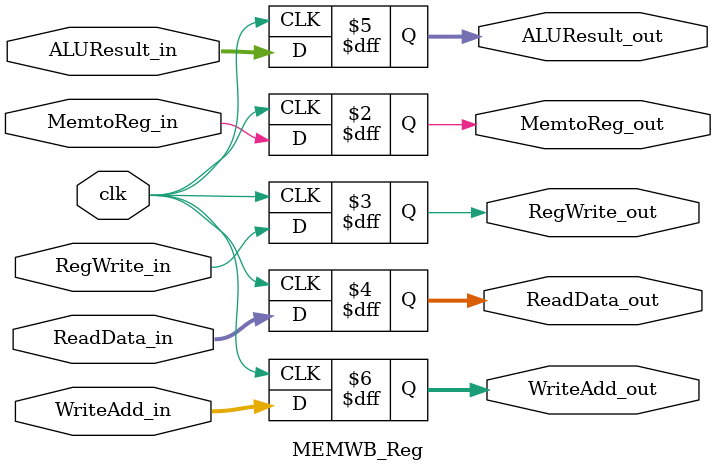
<source format=v>
`timescale 1ns / 1ps

// Engineer: Neha Bhoi
// 
// Create Date: 26.11.2020 15:10:12
// Design Name: 
// Module Name: MEMWB_Reg
// Project Name: 
// Target Devices: 
// Tool Versions: 
// Description: 
// 
// Dependencies: 
// 
// Revision:
// Revision 0.01 - File Created
// Additional Comments:
// 
//////////////////////////////////////////////////////////////////////////////////


module MEMWB_Reg(clk, MemtoReg_in, RegWrite_in, ReadData_in, ALUResult_in, WriteAdd_in, MemtoReg_out, 
              RegWrite_out, ReadData_out, ALUResult_out, WriteAdd_out
    );
    
    input clk;
    input MemtoReg_in, RegWrite_in;
    input [63:0] ReadData_in;
    input [63:0] ALUResult_in;
    input [4:0] WriteAdd_in;
     output reg MemtoReg_out, RegWrite_out;
     output reg [63:0] ReadData_out;
     output reg [63:0] ALUResult_out;
     output reg [4:0] WriteAdd_out;
    
    
    always @(posedge clk)
    begin
      MemtoReg_out <= MemtoReg_in;
      RegWrite_out <= RegWrite_in;
      ReadData_out <=  ReadData_in;
      ALUResult_out <= ALUResult_in; 
      WriteAdd_out <= WriteAdd_in;
    end
endmodule

</source>
